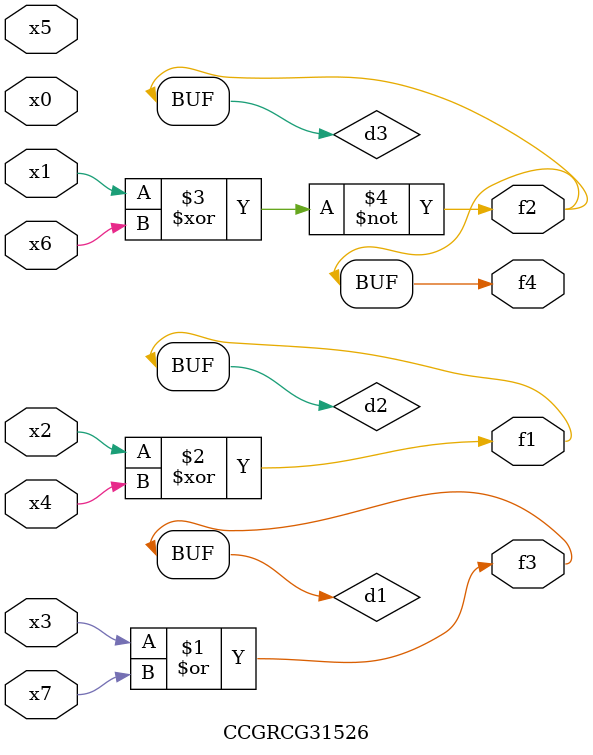
<source format=v>
module CCGRCG31526(
	input x0, x1, x2, x3, x4, x5, x6, x7,
	output f1, f2, f3, f4
);

	wire d1, d2, d3;

	or (d1, x3, x7);
	xor (d2, x2, x4);
	xnor (d3, x1, x6);
	assign f1 = d2;
	assign f2 = d3;
	assign f3 = d1;
	assign f4 = d3;
endmodule

</source>
